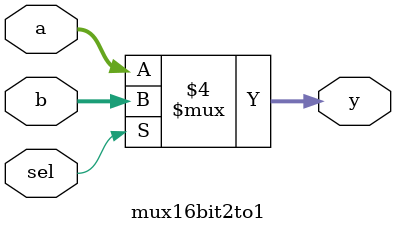
<source format=v>
module top_module(
    input [31:0] a,
    input [31:0] b,
    output [31:0] sum
);

wire c1;
wire [31:16] s1, s2;

add16 a1( .a(a[15:0]), .b(b[15:0]), .cin(1'b0), .sum(sum[15:0]), .cout(c1) );
add16 a2( .a(a[31:16]), .b(b[31:16]), .cin(1'b0), .sum(s1), .cout() );
add16 a3( .a(a[31:16]), .b(b[31:16]), .cin(1'b1), .sum(s2), .cout() );
mux16bit2to1 m1( .sel(c1), .a(s1), .b(s2), .y(sum[31:16]) );


endmodule

module add1 ( 
    input a, input b, 
    input cin,   
    output sum, 
    output cout 
    );
assign sum = a ^ b ^ cin;
assign cout = ((a ^ b) & cin) | (a & b);

// Full adder module here

endmodule


module add16 (
    input [15:0] a,
    input [15:0] b,
    input cin,
    output [15:0] sum,
    output cout
);
wire [14:0] c;
genvar i;
generate
    for (i = 0; i < 16; i = i + 1) begin : adders
        if (i == 0)
            add1 adders(
            .a(a[i]),
            .b(b[i]),
            .cin(cin),
            .sum(sum[i]),
            .cout(c[i])
            );
        else if (i == 15)
            add1 adders(
            .a(a[i]),
            .b(b[i]),
            .cin(c[i-1]),
            .sum(sum[i]),
            .cout(cout)
            );
        else
            add1 adders(
            .a(a[i]),
            .b(b[i]),
            .cin(c[i-1]),
            .sum(sum[i]),
            .cout(c[i])
            );
    end
endgenerate
endmodule

module mux16bit2to1 (
    input sel,
    input [15:0] a,
    input [15:0] b,
    output reg [15:0] y
    );
always @ (*) begin
    if (sel == 1'b0)
        y = a;
    else
        y = b;
end

endmodule
</source>
